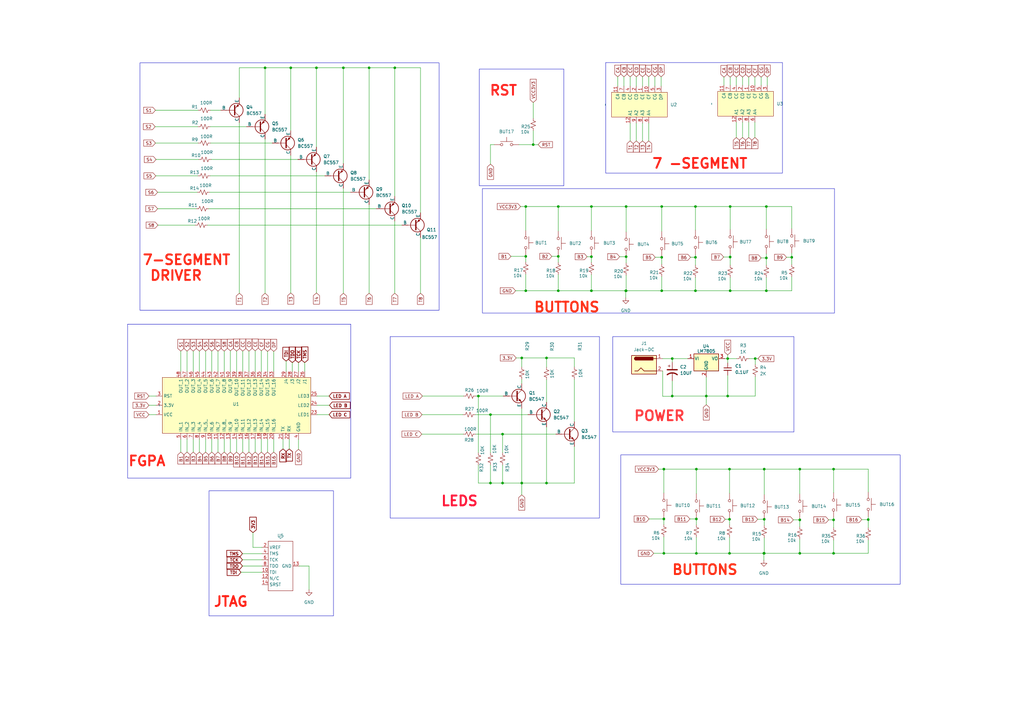
<source format=kicad_sch>
(kicad_sch (version 20230121) (generator eeschema)
  (paper "A3")
  (title_block (title "Alarm system ") (date "2023-06-14") (rev "v1.5") (company "HSHL") (comment 1 "Doluwamu Kuye") (comment 2 "Ashraf Siddiqi"))
  (lib_symbols
    (symbol "Connector:Jack-DC" (pin_names (offset 1.016))
      (property "Reference" "J" (at 0 5.334 0))
      (property "Value" "Jack-DC" (at 0 -5.08 0))
      (symbol "Jack-DC_1_1"
        (pin passive line (at 7.62 2.54 180) (length 2.54) (name "~") (number "1"))
        (pin passive line (at 7.62 -2.54 180) (length 2.54) (name "~") (number "2"))
      )
    )
    (symbol "Device:C_Polarized_US" (pin_numbers hide) (pin_names (offset 0.254) hide)
      (property "Reference" "C" (at 0.635 2.54 0))
      (property "Value" "C_Polarized_US" (at 0.635 -2.54 0))
      (symbol "C_Polarized_US_1_1"
        (pin passive line (at 0 3.81 270) (length 2.794) (name "~") (number "1"))
        (pin passive line (at 0 -3.81 90) (length 3.302) (name "~") (number "2"))
      )
    )
    (symbol "Device:C_Small" (pin_numbers hide) (pin_names (offset 0.254) hide)
      (property "Reference" "C" (at 0.254 1.778 0))
      (property "Value" "C_Small" (at 0.254 -2.032 0))
      (symbol "C_Small_1_1"
        (pin passive line (at 0 2.54 270) (length 2.032) (name "~") (number "1"))
        (pin passive line (at 0 -2.54 90) (length 2.032) (name "~") (number "2"))
      )
    )
    (symbol "Device:R_Small_US" (pin_numbers hide) (pin_names (offset 0.254) hide)
      (property "Reference" "R" (at 0.762 0.508 0))
      (property "Value" "R_Small_US" (at 0.762 -1.016 0))
      (symbol "R_Small_US_1_1"
        (pin passive line (at 0 2.54 270) (length 1.016) (name "~") (number "1"))
        (pin passive line (at 0 -2.54 90) (length 1.016) (name "~") (number "2"))
      )
    )
    (symbol "MY_CUSTOM_LIBRARY:myFGPA"
      (property "Reference" "U" (at 0 -10.16 0))
      (symbol "myFGPA_1_1"
        (pin input line (at -3.81 16.51 270) (length 2.54) (name "VCC") (number "1"))
        (pin input line (at -13.97 -6.35 0) (length 2.54) (name "IN_6") (number "10"))
        (pin input line (at -13.97 -8.89 0) (length 2.54) (name "IN_7") (number "11"))
        (pin input line (at -13.97 -11.43 0) (length 2.54) (name "IN_8_") (number "12"))
        (pin input line (at -13.97 -13.97 0) (length 2.54) (name "IN_9") (number "13"))
        (pin input line (at -13.97 -16.51 0) (length 2.54) (name "IN_10") (number "14"))
        (pin input line (at -13.97 -19.05 0) (length 2.54) (name "IN_11") (number "15"))
        (pin input line (at -13.97 -21.59 0) (length 2.54) (name "IN_12") (number "16"))
        (pin input line (at -13.97 -24.13 0) (length 2.54) (name "IN_13") (number "17"))
        (pin input line (at -13.97 -26.67 0) (length 2.54) (name "IN_14") (number "18"))
        (pin input line (at -13.97 -29.21 0) (length 2.54) (name "IN_15") (number "19"))
        (pin input line (at 0 16.51 270) (length 2.54) (name "3.3V") (number "2"))
        (pin input line (at -13.97 -31.75 0) (length 2.54) (name "IN_16") (number "20"))
        (pin input line (at -13.97 -35.56 0) (length 2.54) (name "TX") (number "21"))
        (pin input line (at -13.97 -38.1 0) (length 2.54) (name "RX") (number "22"))
        (pin input line (at -3.81 -49.53 90) (length 2.54) (name "LED1") (number "23"))
        (pin input line (at 0 -49.53 90) (length 2.54) (name "LED2") (number "24"))
        (pin input line (at 3.81 -49.53 90) (length 2.54) (name "LED3") (number "25"))
        (pin input line (at 13.97 -44.45 180) (length 2.54) (name "J1") (number "26"))
        (pin input line (at 13.97 -41.91 180) (length 2.54) (name "J2") (number "27"))
        (pin input line (at 13.97 -39.37 180) (length 2.54) (name "J3") (number "28"))
        (pin input line (at 13.97 -36.83 180) (length 2.54) (name "J4") (number "29"))
        (pin input line (at 3.81 16.51 270) (length 2.54) (name "RST") (number "3"))
        (pin input line (at 13.97 -31.75 180) (length 2.54) (name "OUT_16") (number "33"))
        (pin input line (at 13.97 -29.21 180) (length 2.54) (name "OUT_15") (number "34"))
        (pin input line (at 13.97 -26.67 180) (length 2.54) (name "OUT_14") (number "35"))
        (pin input line (at 13.97 -24.13 180) (length 2.54) (name "OUT_13") (number "36"))
        (pin input line (at 13.97 -21.59 180) (length 2.54) (name "OUT_12") (number "37"))
        (pin input line (at 13.97 -19.05 180) (length 2.54) (name "OUT_11") (number "38"))
        (pin input line (at 13.97 -16.51 180) (length 2.54) (name "OUT_10") (number "39"))
        (pin input line (at -13.97 -41.91 0) (length 2.54) (name "GND") (number "4"))
        (pin input line (at 13.97 -13.97 180) (length 2.54) (name "OUT_9") (number "40"))
        (pin input line (at 13.97 -11.43 180) (length 2.54) (name "OUT_8") (number "41"))
        (pin input line (at 13.97 -8.89 180) (length 2.54) (name "OUT_7") (number "42"))
        (pin input line (at 13.97 -6.35 180) (length 2.54) (name "OUT_6") (number "43"))
        (pin input line (at 13.97 -3.81 180) (length 2.54) (name "OUT_5") (number "44"))
        (pin input line (at 13.97 -1.27 180) (length 2.54) (name "OUT_4") (number "45"))
        (pin input line (at 13.97 1.27 180) (length 2.54) (name "OUT_3") (number "46"))
        (pin input line (at 13.97 3.81 180) (length 2.54) (name "OUT_2") (number "47"))
        (pin input line (at 13.97 6.35 180) (length 2.54) (name "OUT_1") (number "48"))
        (pin input line (at -13.97 6.35 0) (length 2.54) (name "IN_1") (number "5"))
        (pin input line (at -13.97 3.81 0) (length 2.54) (name "IN_2") (number "6"))
        (pin input line (at -13.97 1.27 0) (length 2.54) (name "IN_3") (number "7"))
        (pin input line (at -13.97 -1.27 0) (length 2.54) (name "IN_4") (number "8"))
        (pin input line (at -13.97 -3.81 0) (length 2.54) (name "IN_5_") (number "9"))
      )
    )
    (symbol "MY_CUSTOM_LIBRARY:myJTAG"
      (property "Reference" "U" (at 0 0 0))
      (symbol "myJTAG_1_1"
        (pin input line (at -7.62 -13.97 0) (length 2.54) (name "TDI") (number "10"))
        (pin input line (at -7.62 -16.51 0) (length 2.54) (name "N/C") (number "12"))
        (pin input line (at 7.62 -11.43 180) (length 2.54) (name "GND") (number "13"))
        (pin input line (at -7.62 -19.05 0) (length 2.54) (name "SRST") (number "14"))
        (pin input line (at -7.62 -3.81 0) (length 2.54) (name "VREF") (number "2"))
        (pin input line (at -7.62 -6.35 0) (length 2.54) (name "TMS") (number "4"))
        (pin input line (at -7.62 -8.89 0) (length 2.54) (name "TCK") (number "6"))
        (pin input line (at -7.62 -11.43 0) (length 2.54) (name "TDO") (number "8"))
      )
    )
    (symbol "Motor:KW4-281A"
      (property "Reference" "U" (at 0 0 0))
      (symbol "KW4-281A_1_1"
        (pin input line (at -7.62 -15.24 0) (length 2.54) (name "CE") (number "1"))
        (pin input line (at -7.62 -17.78 0) (length 2.54) (name "CF") (number "10"))
        (pin input line (at -7.62 -5.08 0) (length 2.54) (name "CA") (number "11"))
        (pin input line (at 7.62 -10.16 180) (length 2.54) (name "A1") (number "12"))
        (pin input line (at -7.62 -12.7 0) (length 2.54) (name "CD") (number "2"))
        (pin input line (at -7.62 -22.86 0) (length 2.54) (name "DP") (number "3"))
        (pin input line (at -7.62 -10.16 0) (length 2.54) (name "CC") (number "4"))
        (pin input line (at -7.62 -20.32 0) (length 2.54) (name "CG") (number "5"))
        (pin input line (at 7.62 -17.78 180) (length 2.54) (name "A4") (number "6"))
        (pin input line (at -7.62 -7.62 0) (length 2.54) (name "CB") (number "7"))
        (pin input line (at 7.62 -15.24 180) (length 2.54) (name "A3") (number "8"))
        (pin input line (at 7.62 -12.7 180) (length 2.54) (name "A2") (number "9"))
      )
    )
    (symbol "Regulator_Linear:LM7805_TO220" (pin_names (offset 0.254))
      (property "Reference" "U" (at -3.81 3.175 0))
      (property "Value" "LM7805_TO220" (at 0 3.175 0))
      (symbol "LM7805_TO220_1_1"
        (pin power_in line (at -7.62 0 0) (length 2.54) (name "VI") (number "1"))
        (pin power_in line (at 0 -7.62 90) (length 2.54) (name "GND") (number "2"))
        (pin power_out line (at 7.62 0 180) (length 2.54) (name "VO") (number "3"))
      )
    )
    (symbol "Simulation_SPICE:NPN" (pin_numbers hide) (pin_names (offset 0))
      (property "Reference" "Q" (at -2.54 7.62 0))
      (property "Value" "NPN" (at -2.54 5.08 0))
      (symbol "NPN_1_1"
        (pin open_collector line (at 2.54 5.08 270) (length 2.54) (name "C") (number "1"))
        (pin input line (at -5.08 0 0) (length 2.54) (name "B") (number "2"))
        (pin open_emitter line (at 2.54 -5.08 90) (length 2.54) (name "E") (number "3"))
      )
    )
    (symbol "Simulation_SPICE:PNP" (pin_numbers hide) (pin_names (offset 0))
      (property "Reference" "Q" (at -2.54 7.62 0))
      (property "Value" "PNP" (at -2.54 5.08 0))
      (symbol "PNP_1_1"
        (pin open_collector line (at 2.54 5.08 270) (length 2.54) (name "C") (number "1"))
        (pin input line (at -5.08 0 0) (length 2.54) (name "B") (number "2"))
        (pin open_emitter line (at 2.54 -5.08 90) (length 2.54) (name "E") (number "3"))
      )
    )
    (symbol "Switch:SW_Push" (pin_numbers hide) (pin_names (offset 1.016) hide)
      (property "Reference" "SW" (at 1.27 2.54 0))
      (property "Value" "SW_Push" (at 0 -1.524 0))
      (symbol "SW_Push_0_1"
        (pin passive line (at -5.08 0 0) (length 2.54) (name "1") (number "1"))
        (pin passive line (at 5.08 0 180) (length 2.54) (name "2") (number "2"))
      )
    )
    (symbol "power:GND" (power) (pin_names (offset 0))
      (property "Value" "GND" (at 0 -3.81 0))
      (symbol "GND_1_1"
        (pin power_in line (at 0 0 270) (length 0) hide (name "GND") (number "1"))
      )
    )
  )
  (junction (at 324.739 105.537))
  (junction (at 228.981 84.709))
  (junction (at 140.843 27.813))
  (junction (at 289.687 162.433))
  (junction (at 218.694 59.309))
  (junction (at 196.215 162.433))
  (junction (at 242.57 105.283))
  (junction (at 285.242 84.709))
  (junction (at 285.242 105.537))
  (junction (at 313.436 192.405))
  (junction (at 285.242 119.253))
  (junction (at 313.436 226.949))
  (junction (at 309.753 147.066))
  (junction (at 299.212 192.405))
  (junction (at 271.399 119.253))
  (junction (at 129.794 27.813))
  (junction (at 314.325 84.709))
  (junction (at 314.325 105.791))
  (junction (at 285.623 192.405))
  (junction (at 341.884 192.405))
  (junction (at 299.212 226.949))
  (junction (at 215.646 105.156))
  (junction (at 299.466 84.709))
  (junction (at 213.995 146.812))
  (junction (at 298.45 147.066))
  (junction (at 242.57 84.709))
  (junction (at 224.155 146.812))
  (junction (at 299.212 212.979))
  (junction (at 299.466 119.253))
  (junction (at 298.45 162.433))
  (junction (at 108.712 27.813))
  (junction (at 228.981 119.253))
  (junction (at 201.168 198.12))
  (junction (at 151.384 27.813))
  (junction (at 314.325 119.253))
  (junction (at 271.399 84.709))
  (junction (at 161.925 27.813))
  (junction (at 272.288 192.405))
  (junction (at 272.288 226.949))
  (junction (at 313.436 212.979))
  (junction (at 275.717 162.433))
  (junction (at 215.646 84.709))
  (junction (at 206.121 198.12))
  (junction (at 356.108 213.106))
  (junction (at 215.646 119.253))
  (junction (at 341.884 226.949))
  (junction (at 272.288 212.852))
  (junction (at 299.466 105.41))
  (junction (at 285.623 226.949))
  (junction (at 341.884 213.233))
  (junction (at 271.399 105.537))
  (junction (at 313.309 226.949))
  (junction (at 119.253 27.813))
  (junction (at 256.667 119.253))
  (junction (at 256.794 84.709))
  (junction (at 256.794 119.253))
  (junction (at 242.57 119.253))
  (junction (at 224.155 198.12))
  (junction (at 328.041 213.233))
  (junction (at 256.794 105.283))
  (junction (at 328.041 192.405))
  (junction (at 275.717 147.066))
  (junction (at 201.168 170.053))
  (junction (at 285.623 212.852))
  (junction (at 213.995 198.12))
  (junction (at 206.121 178.054))
  (junction (at 228.981 105.156))
  (junction (at 328.041 226.949))
  (no_connect (at -87.376 -151.13))
  (wire (pts (xy 341.884 226.949) (xy 356.108 226.949)))
  (wire (pts (xy 263.525 50.546) (xy 263.525 57.785)))
  (wire (pts (xy 299.466 119.253) (xy 314.325 119.253)))
  (wire (pts (xy 81.153 72.136) (xy 63.881 72.136)))
  (wire (pts (xy 242.57 84.709) (xy 256.794 84.709)))
  (wire (pts (xy 275.717 147.066) (xy 275.717 148.59)))
  (wire (pts (xy 213.995 198.12) (xy 213.995 202.946)))
  (wire (pts (xy 196.215 190.754) (xy 196.215 198.12)))
  (wire (pts (xy 213.487 84.709) (xy 215.646 84.709)))
  (wire (pts (xy 86.868 185.42) (xy 86.868 180.213)))
  (wire (pts (xy 289.687 162.433) (xy 298.45 162.433)))
  (wire (pts (xy 297.434 212.979) (xy 299.212 212.979)))
  (wire (pts (xy 98.171 50.292) (xy 98.171 120.269)))
  (wire (pts (xy 313.436 226.949) (xy 328.041 226.949)))
  (wire (pts (xy 275.717 156.21) (xy 275.717 162.433)))
  (wire (pts (xy 81.28 45.212) (xy 63.754 45.212)))
  (wire (pts (xy 86.36 45.212) (xy 90.551 45.212)))
  (wire (pts (xy 143.764 78.867) (xy 85.979 78.867)))
  (wire (pts (xy 224.155 155.702) (xy 224.155 164.973)))
  (wire (pts (xy 299.212 192.405) (xy 299.212 202.311)))
  (wire (pts (xy 206.121 178.054) (xy 206.121 185.674)))
  (wire (pts (xy 107.188 143.891) (xy 107.188 152.273)))
  (wire (pts (xy 109.728 185.42) (xy 109.728 180.213)))
  (wire (pts (xy 64.643 85.598) (xy 80.518 85.598)))
  (wire (pts (xy 356.108 213.106) (xy 356.108 216.408)))
  (wire (pts (xy 328.041 212.725) (xy 328.041 213.233)))
  (wire (pts (xy 224.155 146.812) (xy 213.995 146.812)))
  (wire (pts (xy 324.739 105.537) (xy 324.739 108.458)))
  (wire (pts (xy 271.145 31.496) (xy 271.145 35.306)))
  (wire (pts (xy 228.981 105.156) (xy 228.981 107.569)))
  (wire (pts (xy 161.925 90.678) (xy 161.925 120.269)))
  (wire (pts (xy 255.905 31.496) (xy 255.905 35.306)))
  (wire (pts (xy 107.442 224.536) (xy 103.759 224.536)))
  (wire (pts (xy 195.072 178.054) (xy 206.121 178.054)))
  (wire (pts (xy 206.121 190.754) (xy 206.121 198.12)))
  (wire (pts (xy 271.399 84.709) (xy 271.399 94.869)))
  (wire (pts (xy 272.288 212.344) (xy 272.288 212.852)))
  (wire (pts (xy 307.086 31.623) (xy 307.086 34.925)))
  (wire (pts (xy 285.623 226.949) (xy 299.212 226.949)))
  (wire (pts (xy 211.455 119.253) (xy 215.646 119.253)))
  (wire (pts (xy 201.168 170.053) (xy 216.535 170.053)))
  (wire (pts (xy 304.546 31.623) (xy 304.546 34.925)))
  (wire (pts (xy 215.646 84.709) (xy 228.981 84.709)))
  (wire (pts (xy 313.436 212.979) (xy 313.436 215.519)))
  (wire (pts (xy 79.248 144.018) (xy 79.248 152.273)))
  (wire (pts (xy 104.648 143.891) (xy 104.648 152.273)))
  (wire (pts (xy 108.712 27.813) (xy 119.253 27.813)))
  (wire (pts (xy 119.253 63.754) (xy 119.253 120.142)))
  (wire (pts (xy 89.408 185.42) (xy 89.408 180.213)))
  (wire (pts (xy 268.732 105.537) (xy 271.399 105.537)))
  (wire (pts (xy 272.288 220.218) (xy 272.288 226.949)))
  (wire (pts (xy 275.717 162.56) (xy 275.717 162.433)))
  (wire (pts (xy 268.097 226.949) (xy 272.288 226.949)))
  (wire (pts (xy 151.384 27.813) (xy 161.925 27.813)))
  (wire (pts (xy 86.233 72.136) (xy 133.223 72.136)))
  (wire (pts (xy 172.974 178.054) (xy 189.992 178.054)))
  (wire (pts (xy 213.995 146.812) (xy 211.709 146.812)))
  (wire (pts (xy 228.981 119.253) (xy 242.57 119.253)))
  (wire (pts (xy 242.57 105.283) (xy 242.57 107.569)))
  (wire (pts (xy 285.242 104.521) (xy 285.242 105.537)))
  (wire (pts (xy 201.168 59.309) (xy 202.692 59.309)))
  (wire (pts (xy 228.981 84.709) (xy 242.57 84.709)))
  (wire (pts (xy 253.365 31.496) (xy 253.365 35.306)))
  (wire (pts (xy 324.739 103.886) (xy 324.739 105.537)))
  (wire (pts (xy 271.399 84.709) (xy 285.242 84.709)))
  (wire (pts (xy 302.133 147.066) (xy 298.45 147.066)))
  (wire (pts (xy 353.441 213.106) (xy 356.108 213.106)))
  (wire (pts (xy 313.309 229.743) (xy 313.309 226.949)))
  (wire (pts (xy 242.57 112.649) (xy 242.57 119.253)))
  (wire (pts (xy 299.466 105.41) (xy 299.466 108.712)))
  (wire (pts (xy 215.646 119.253) (xy 228.981 119.253)))
  (wire (pts (xy 266.192 212.852) (xy 272.288 212.852)))
  (wire (pts (xy 130.048 162.433) (xy 135.001 162.433)))
  (wire (pts (xy 215.646 104.648) (xy 215.646 105.156)))
  (wire (pts (xy 224.155 175.133) (xy 224.155 198.12)))
  (wire (pts (xy 196.215 198.12) (xy 201.168 198.12)))
  (wire (pts (xy 356.108 211.963) (xy 356.108 213.106)))
  (wire (pts (xy 107.188 185.42) (xy 107.188 180.213)))
  (wire (pts (xy 271.399 105.029) (xy 271.399 105.537)))
  (wire (pts (xy 283.21 105.537) (xy 285.242 105.537)))
  (wire (pts (xy 285.242 119.253) (xy 299.466 119.253)))
  (wire (pts (xy 242.57 84.709) (xy 242.57 94.615)))
  (wire (pts (xy 341.884 221.488) (xy 341.884 226.949)))
  (wire (pts (xy 313.436 192.405) (xy 328.041 192.405)))
  (wire (pts (xy 81.788 185.42) (xy 81.788 180.213)))
  (wire (pts (xy 107.442 227.076) (xy 99.441 227.076)))
  (wire (pts (xy 164.846 92.329) (xy 85.09 92.329)))
  (wire (pts (xy 161.925 27.813) (xy 161.925 80.518)))
  (wire (pts (xy 328.041 226.949) (xy 341.884 226.949)))
  (wire (pts (xy 268.605 31.496) (xy 268.605 35.306)))
  (wire (pts (xy 260.985 31.496) (xy 260.985 35.306)))
  (wire (pts (xy 328.041 213.233) (xy 328.041 216.027)))
  (wire (pts (xy 272.288 212.852) (xy 272.288 215.138)))
  (wire (pts (xy 209.55 105.156) (xy 215.646 105.156)))
  (wire (pts (xy 235.585 155.575) (xy 235.585 172.974)))
  (wire (pts (xy 272.288 192.405) (xy 285.623 192.405)))
  (wire (pts (xy 94.488 185.42) (xy 94.488 180.213)))
  (wire (pts (xy 235.585 198.12) (xy 235.585 183.134)))
  (wire (pts (xy 341.884 213.233) (xy 341.884 216.408)))
  (wire (pts (xy 224.155 146.812) (xy 224.155 150.622)))
  (wire (pts (xy 215.646 84.709) (xy 215.646 94.488)))
  (wire (pts (xy 285.623 212.852) (xy 285.623 215.265)))
  (wire (pts (xy 256.794 84.709) (xy 271.399 84.709)))
  (wire (pts (xy 299.466 31.623) (xy 299.466 34.925)))
  (wire (pts (xy 201.168 170.053) (xy 201.168 185.674)))
  (wire (pts (xy 196.215 162.433) (xy 206.375 162.433)))
  (wire (pts (xy 104.648 185.42) (xy 104.648 180.213)))
  (wire (pts (xy 122.428 148.717) (xy 122.428 152.273)))
  (wire (pts (xy 84.328 185.42) (xy 84.328 180.213)))
  (wire (pts (xy 173.228 162.433) (xy 190.119 162.433)))
  (wire (pts (xy 298.45 147.066) (xy 298.45 145.542)))
  (wire (pts (xy 302.006 31.623) (xy 302.006 34.925)))
  (wire (pts (xy 99.568 144.018) (xy 99.568 152.273)))
  (wire (pts (xy 256.667 122.047) (xy 256.667 119.253)))
  (wire (pts (xy 99.568 180.213) (xy 99.568 185.42)))
  (wire (pts (xy 140.843 77.216) (xy 140.843 120.269)))
  (wire (pts (xy 307.086 50.165) (xy 307.086 56.388)))
  (wire (pts (xy 258.445 31.496) (xy 258.445 35.306)))
  (wire (pts (xy 271.78 152.146) (xy 271.78 162.56)))
  (wire (pts (xy 107.442 234.696) (xy 98.806 234.696)))
  (wire (pts (xy 81.28 58.674) (xy 63.754 58.674)))
  (wire (pts (xy 218.694 53.594) (xy 218.694 59.309)))
  (wire (pts (xy 140.843 27.813) (xy 151.384 27.813)))
  (wire (pts (xy 313.309 226.949) (xy 313.436 226.949)))
  (wire (pts (xy 263.525 31.496) (xy 263.525 35.306)))
  (wire (pts (xy 172.466 97.409) (xy 172.466 120.269)))
  (wire (pts (xy 122.682 232.156) (xy 126.746 232.156)))
  (wire (pts (xy 341.884 192.405) (xy 356.108 192.405)))
  (wire (pts (xy 111.633 58.674) (xy 86.36 58.674)))
  (wire (pts (xy 124.968 148.717) (xy 124.968 152.273)))
  (wire (pts (xy 275.717 147.066) (xy 282.067 147.066)))
  (wire (pts (xy 324.739 93.726) (xy 324.739 84.709)))
  (wire (pts (xy 309.753 149.479) (xy 309.753 147.066)))
  (wire (pts (xy 151.384 83.947) (xy 151.384 120.269)))
  (wire (pts (xy 172.466 27.813) (xy 172.466 87.249)))
  (wire (pts (xy 119.253 27.813) (xy 119.253 53.594)))
  (wire (pts (xy 103.759 224.536) (xy 103.759 218.44)))
  (wire (pts (xy 285.623 192.405) (xy 285.623 202.438)))
  (wire (pts (xy 99.441 232.156) (xy 107.442 232.156)))
  (wire (pts (xy 289.687 154.686) (xy 289.687 162.433)))
  (wire (pts (xy 61.087 162.433) (xy 64.008 162.433)))
  (wire (pts (xy 109.728 144.145) (xy 109.728 152.273)))
  (wire (pts (xy 285.623 192.405) (xy 299.212 192.405)))
  (wire (pts (xy 256.794 105.283) (xy 256.794 107.823)))
  (wire (pts (xy 108.712 27.813) (xy 108.712 46.863)))
  (wire (pts (xy 256.794 84.709) (xy 256.794 95.123)))
  (wire (pts (xy 151.384 27.813) (xy 151.384 73.787)))
  (wire (pts (xy 356.108 221.488) (xy 356.108 226.949)))
  (wire (pts (xy 324.739 113.538) (xy 324.739 119.253)))
  (wire (pts (xy 324.739 119.253) (xy 314.325 119.253)))
  (wire (pts (xy 296.799 105.41) (xy 299.466 105.41)))
  (wire (pts (xy 341.884 212.217) (xy 341.884 213.233)))
  (wire (pts (xy 86.868 144.018) (xy 86.868 152.273)))
  (wire (pts (xy 298.45 162.433) (xy 309.753 162.433)))
  (wire (pts (xy 302.006 50.165) (xy 302.006 56.388)))
  (wire (pts (xy 218.694 59.309) (xy 220.726 59.309)))
  (wire (pts (xy 89.408 144.018) (xy 89.408 152.273)))
  (wire (pts (xy 325.374 213.233) (xy 328.041 213.233)))
  (wire (pts (xy 314.325 104.14) (xy 314.325 105.791)))
  (wire (pts (xy 242.57 119.253) (xy 256.667 119.253)))
  (wire (pts (xy 80.01 92.329) (xy 64.77 92.329)))
  (wire (pts (xy 297.307 147.066) (xy 298.45 147.066)))
  (wire (pts (xy 307.213 147.066) (xy 309.753 147.066)))
  (wire (pts (xy 271.399 119.253) (xy 285.242 119.253)))
  (wire (pts (xy 201.168 190.754) (xy 201.168 198.12)))
  (wire (pts (xy 322.58 105.537) (xy 324.739 105.537)))
  (wire (pts (xy 314.706 31.623) (xy 314.706 34.925)))
  (wire (pts (xy 98.171 40.132) (xy 98.171 27.813)))
  (wire (pts (xy 108.712 57.023) (xy 108.712 120.269)))
  (wire (pts (xy 313.436 220.599) (xy 313.436 226.949)))
  (wire (pts (xy 299.212 220.345) (xy 299.212 226.949)))
  (wire (pts (xy 296.926 31.623) (xy 296.926 34.925)))
  (wire (pts (xy 260.985 50.546) (xy 260.985 57.785)))
  (wire (pts (xy 129.794 27.813) (xy 129.794 60.325)))
  (wire (pts (xy 356.108 192.405) (xy 356.108 201.803)))
  (wire (pts (xy 298.45 147.066) (xy 298.45 148.844)))
  (wire (pts (xy 116.078 180.213) (xy 116.078 184.15)))
  (wire (pts (xy 101.092 51.943) (xy 86.233 51.943)))
  (wire (pts (xy 285.242 84.709) (xy 299.466 84.709)))
  (wire (pts (xy 194.945 170.053) (xy 201.168 170.053)))
  (wire (pts (xy 328.041 221.107) (xy 328.041 226.949)))
  (wire (pts (xy 310.769 212.979) (xy 313.436 212.979)))
  (wire (pts (xy 224.155 198.12) (xy 235.585 198.12)))
  (wire (pts (xy 119.888 148.717) (xy 119.888 152.273)))
  (wire (pts (xy 299.466 84.709) (xy 314.325 84.709)))
  (wire (pts (xy 242.57 104.775) (xy 242.57 105.283)))
  (wire (pts (xy 228.981 112.649) (xy 228.981 119.253)))
  (wire (pts (xy 224.155 146.812) (xy 235.585 146.812)))
  (wire (pts (xy 228.981 104.902) (xy 228.981 105.156)))
  (wire (pts (xy 299.212 192.405) (xy 313.436 192.405)))
  (wire (pts (xy 97.028 144.018) (xy 97.028 152.273)))
  (wire (pts (xy 309.753 162.433) (xy 309.753 154.559)))
  (wire (pts (xy 215.646 112.522) (xy 215.646 119.253)))
  (wire (pts (xy 275.717 162.433) (xy 289.687 162.433)))
  (wire (pts (xy 91.948 144.018) (xy 91.948 152.273)))
  (wire (pts (xy 285.242 113.792) (xy 285.242 119.253)))
  (wire (pts (xy 289.687 162.433) (xy 289.687 165.989)))
  (wire (pts (xy 102.108 180.213) (xy 102.108 185.42)))
  (wire (pts (xy 328.041 192.405) (xy 328.041 202.565)))
  (wire (pts (xy 79.248 180.213) (xy 79.248 185.42)))
  (wire (pts (xy 122.428 180.213) (xy 122.428 184.277)))
  (wire (pts (xy 112.268 185.42) (xy 112.268 180.213)))
  (wire (pts (xy 212.852 59.309) (xy 218.694 59.309)))
  (wire (pts (xy 299.212 212.979) (xy 299.212 215.265)))
  (wire (pts (xy 64.643 78.867) (xy 80.899 78.867)))
  (wire (pts (xy 84.328 144.018) (xy 84.328 152.273)))
  (wire (pts (xy 309.753 147.066) (xy 310.896 147.066)))
  (wire (pts (xy 129.794 70.485) (xy 129.794 120.142)))
  (wire (pts (xy 256.667 119.253) (xy 256.794 119.253)))
  (wire (pts (xy 309.626 31.623) (xy 309.626 34.925)))
  (wire (pts (xy 76.708 180.213) (xy 76.708 185.42)))
  (wire (pts (xy 314.325 119.253) (xy 314.325 113.792)))
  (wire (pts (xy 226.314 105.156) (xy 228.981 105.156)))
  (wire (pts (xy 102.108 144.018) (xy 102.108 152.273)))
  (wire (pts (xy 76.708 144.018) (xy 76.708 152.273)))
  (wire (pts (xy 271.399 113.411) (xy 271.399 119.253)))
  (wire (pts (xy 341.884 192.405) (xy 341.884 202.057)))
  (wire (pts (xy 282.956 212.852) (xy 285.623 212.852)))
  (wire (pts (xy 130.048 170.053) (xy 135.001 170.053)))
  (wire (pts (xy 312.166 105.791) (xy 314.325 105.791)))
  (wire (pts (xy 299.212 226.949) (xy 313.309 226.949)))
  (wire (pts (xy 285.242 84.709) (xy 285.242 94.361)))
  (wire (pts (xy 272.288 192.405) (xy 272.288 202.184)))
  (wire (pts (xy 61.087 166.243) (xy 64.008 166.243)))
  (wire (pts (xy 213.995 167.513) (xy 213.995 198.12)))
  (wire (pts (xy 74.168 180.213) (xy 74.168 185.42)))
  (wire (pts (xy 270.129 192.405) (xy 272.288 192.405)))
  (wire (pts (xy 119.253 27.813) (xy 129.794 27.813)))
  (wire (pts (xy 218.694 42.037) (xy 218.694 48.514)))
  (wire (pts (xy 299.466 104.267) (xy 299.466 105.41)))
  (wire (pts (xy 256.794 112.903) (xy 256.794 119.253)))
  (wire (pts (xy 258.445 50.546) (xy 258.445 57.785)))
  (wire (pts (xy 112.268 144.145) (xy 112.268 152.273)))
  (wire (pts (xy 339.852 213.233) (xy 341.884 213.233)))
  (wire (pts (xy 228.981 84.709) (xy 228.981 94.742)))
  (wire (pts (xy 173.101 170.053) (xy 189.865 170.053)))
  (wire (pts (xy 98.171 27.813) (xy 108.712 27.813)))
  (wire (pts (xy 299.466 113.792) (xy 299.466 119.253)))
  (wire (pts (xy 272.288 226.949) (xy 285.623 226.949)))
  (wire (pts (xy 285.242 105.537) (xy 285.242 108.712)))
  (wire (pts (xy 81.534 65.405) (xy 64.008 65.405)))
  (wire (pts (xy 195.199 162.433) (xy 196.215 162.433)))
  (wire (pts (xy 213.995 198.12) (xy 224.155 198.12)))
  (wire (pts (xy 140.843 27.813) (xy 140.843 67.056)))
  (wire (pts (xy 122.174 65.405) (xy 86.614 65.405)))
  (wire (pts (xy 266.065 50.546) (xy 266.065 57.785)))
  (wire (pts (xy 271.78 147.066) (xy 275.717 147.066)))
  (wire (pts (xy 313.436 192.405) (xy 313.436 202.819)))
  (wire (pts (xy 312.166 31.623) (xy 312.166 34.925)))
  (wire (pts (xy 129.794 27.813) (xy 140.843 27.813)))
  (wire (pts (xy 309.626 50.165) (xy 309.626 56.388)))
  (wire (pts (xy 97.028 180.213) (xy 97.028 185.42)))
  (wire (pts (xy 206.121 178.054) (xy 227.965 178.054)))
  (wire (pts (xy 74.168 144.018) (xy 74.168 152.273)))
  (wire (pts (xy 285.623 212.598) (xy 285.623 212.852)))
  (wire (pts (xy 107.442 229.616) (xy 99.441 229.616)))
  (wire (pts (xy 196.215 185.674) (xy 196.215 162.433)))
  (wire (pts (xy 161.925 27.813) (xy 172.466 27.813)))
  (wire (pts (xy 201.168 198.12) (xy 206.121 198.12)))
  (wire (pts (xy 328.041 192.405) (xy 341.884 192.405)))
  (wire (pts (xy 215.646 105.156) (xy 215.646 107.442)))
  (wire (pts (xy 314.325 84.709) (xy 314.325 93.98)))
  (wire (pts (xy 213.995 146.812) (xy 213.995 150.495)))
  (wire (pts (xy 299.466 84.709) (xy 299.466 94.107)))
  (wire (pts (xy 213.995 198.12) (xy 206.121 198.12)))
  (wire (pts (xy 298.45 153.924) (xy 298.45 162.433)))
  (wire (pts (xy 314.325 84.709) (xy 324.739 84.709)))
  (wire (pts (xy 299.212 212.471) (xy 299.212 212.979)))
  (wire (pts (xy 117.348 148.082) (xy 117.348 152.273)))
  (wire (pts (xy 154.305 85.598) (xy 85.598 85.598)))
  (wire (pts (xy 304.546 50.165) (xy 304.546 56.388)))
  (wire (pts (xy 271.399 105.537) (xy 271.399 108.331)))
  (wire (pts (xy 126.746 232.156) (xy 126.746 241.808)))
  (wire (pts (xy 314.325 105.791) (xy 314.325 108.712)))
  (wire (pts (xy 254.127 105.283) (xy 256.794 105.283)))
  (wire (pts (xy 240.792 105.283) (xy 242.57 105.283)))
  (wire (pts (xy 130.048 166.243) (xy 135.128 166.243)))
  (wire (pts (xy 235.585 150.495) (xy 235.585 146.812)))
  (wire (pts (xy 94.488 143.891) (xy 94.488 152.273)))
  (wire (pts (xy 271.78 162.56) (xy 275.717 162.56)))
  (wire (pts (xy 81.788 144.018) (xy 81.788 152.273)))
  (wire (pts (xy 256.794 119.253) (xy 271.399 119.253)))
  (wire (pts (xy 61.087 170.053) (xy 64.008 170.053)))
  (wire (pts (xy 213.995 155.575) (xy 213.995 157.353)))
  (wire (pts (xy 81.153 51.943) (xy 63.627 51.943)))
  (wire (pts (xy 285.623 220.345) (xy 285.623 226.949)))
  (wire (pts (xy 118.618 180.213) (xy 118.618 184.15)))
  (wire (pts (xy 266.065 31.496) (xy 266.065 35.306)))
  (wire (pts (xy 201.168 59.309) (xy 201.168 67.31)))
  (wire (pts (xy 91.948 185.42) (xy 91.948 180.213)))
  (rectangle (start 254.635 186.563) (end 369.189 239.649))
  (rectangle (start 196.596 28.321) (end 231.267 76.2))
  (rectangle (start 160.02 138.049) (end 245.872 212.471))
  (rectangle (start 197.866 77.343) (end 342.265 128.397))
  (rectangle (start 52.324 132.969) (end 143.891 196.088))
  (rectangle (start 57.404 25.781) (end 180.086 127.254))
  (rectangle (start 85.725 201.295) (end 136.779 252.603))
  (rectangle (start 251.333 138.049) (end 325.628 177.165))
  (text_box "" (at 248.412 25.654 0) (size 72.517 45.339) (effects (font (size 1.27 1.27)) (justify left top)))
  (text "POWER" (at 259.715 173.101 0) (effects (font (size 4 4) (thickness 0.8) bold) (justify left bottom)))
  (text "7-SEGMENT\n DRIVER" (at 58.166 115.57 0) (effects (font (size 4 4) bold) (justify left bottom)))
  (text "7 -SEGMENT" (at 267.208 69.596 0) (effects (font (size 4 4) bold) (justify left bottom)))
  (text "JTAG\n" (at 87.376 249.301 0) (effects (font (size 4 4) bold) (justify left bottom)))
  (text "BUTTONS" (at 275.336 236.22 0) (effects (font (size 4 4) bold) (justify left bottom)))
  (text "FGPA" (at 52.324 191.643 0) (effects (font (size 4 4) bold) (justify left bottom)))
  (text "LEDS" (at 180.594 208.026 0) (effects (font (size 4 4) (thickness 0.8) bold) (justify left bottom)))
  (text "RST" (at 200.533 39.624 0) (effects (font (size 4 4) bold) (justify left bottom)))
  (text "BUTTONS" (at 218.694 128.524 0) (effects (font (size 4 4) bold) (justify left bottom)))
  (global_label "CB" (shape input) (at 97.028 144.018 90) (property "Intersheetrefs" "${INTERSHEET_REFS}" (effects hide)))
  (global_label "B13" (shape input) (at 310.769 212.979 180) (property "Intersheetrefs" "${INTERSHEET_REFS}" (effects hide)))
  (global_label "T2" (shape input) (at 108.712 120.269 270) (property "Intersheetrefs" "${INTERSHEET_REFS}" (effects hide)))
  (global_label "GND" (shape input) (at 122.428 184.277 270) (property "Intersheetrefs" "${INTERSHEET_REFS}" (effects hide)))
  (global_label "S7" (shape input) (at 64.643 85.598 180) (property "Intersheetrefs" "${INTERSHEET_REFS}" (effects hide)))
  (global_label "TCK" (shape input) (at 122.428 148.717 90) (effects (font bold)) (property "Intersheetrefs" "${INTERSHEET_REFS}" (effects hide)))
  (global_label "B3" (shape input) (at 240.792 105.283 180) (property "Intersheetrefs" "${INTERSHEET_REFS}" (effects hide)))
  (global_label "T7" (shape input) (at 307.086 56.388 270) (property "Intersheetrefs" "${INTERSHEET_REFS}" (effects hide)))
  (global_label "T8" (shape input) (at 309.626 56.388 270) (property "Intersheetrefs" "${INTERSHEET_REFS}" (effects hide)))
  (global_label "B12" (shape input) (at 102.108 185.42 270) (property "Intersheetrefs" "${INTERSHEET_REFS}" (effects hide)))
  (global_label "B2" (shape input) (at 226.314 105.156 180) (property "Intersheetrefs" "${INTERSHEET_REFS}" (effects hide)))
  (global_label "TDI" (shape input) (at 98.806 234.696 180) (effects (font bold)) (property "Intersheetrefs" "${INTERSHEET_REFS}" (effects hide)))
  (global_label "B2" (shape input) (at 76.708 185.42 270) (property "Intersheetrefs" "${INTERSHEET_REFS}" (effects hide)))
  (global_label "B10" (shape input) (at 97.028 185.42 270) (property "Intersheetrefs" "${INTERSHEET_REFS}" (effects hide)))
  (global_label "LED C" (shape input) (at 135.001 170.053 0) (effects (font bold)) (property "Intersheetrefs" "${INTERSHEET_REFS}" (effects hide)))
  (global_label "B3" (shape input) (at 79.248 185.42 270) (property "Intersheetrefs" "${INTERSHEET_REFS}" (effects hide)))
  (global_label "GND" (shape input) (at 289.687 165.989 270) (property "Intersheetrefs" "${INTERSHEET_REFS}" (effects hide)))
  (global_label "VCC3V3" (shape input) (at 213.487 84.709 180) (property "Intersheetrefs" "${INTERSHEET_REFS}" (effects hide)))
  (global_label "LED A" (shape input) (at 173.228 162.433 180) (property "Intersheetrefs" "${INTERSHEET_REFS}" (effects hide)))
  (global_label "CD" (shape input) (at 102.108 144.018 90) (property "Intersheetrefs" "${INTERSHEET_REFS}" (effects hide)))
  (global_label "B13" (shape input) (at 104.648 185.42 270) (property "Intersheetrefs" "${INTERSHEET_REFS}" (effects hide)))
  (global_label "CD" (shape input) (at 260.985 31.496 90) (property "Intersheetrefs" "${INTERSHEET_REFS}" (effects hide)))
  (global_label "B11" (shape input) (at 282.956 212.852 180) (property "Intersheetrefs" "${INTERSHEET_REFS}" (effects hide)))
  (global_label "CC" (shape input) (at 302.006 31.623 90) (property "Intersheetrefs" "${INTERSHEET_REFS}" (effects hide)))
  (global_label "CB" (shape input) (at 299.466 31.623 90) (property "Intersheetrefs" "${INTERSHEET_REFS}" (effects hide)))
  (global_label "LED A" (shape input) (at 135.001 162.433 0) (effects (font bold)) (property "Intersheetrefs" "${INTERSHEET_REFS}" (effects hide)))
  (global_label "S1" (shape input) (at 74.168 144.018 90) (property "Intersheetrefs" "${INTERSHEET_REFS}" (effects hide)))
  (global_label "CE" (shape input) (at 263.525 31.496 90) (property "Intersheetrefs" "${INTERSHEET_REFS}" (effects hide)))
  (global_label "CB" (shape input) (at 255.905 31.496 90) (property "Intersheetrefs" "${INTERSHEET_REFS}" (effects hide)))
  (global_label "B8" (shape input) (at 91.948 185.42 270) (property "Intersheetrefs" "${INTERSHEET_REFS}" (effects hide)))
  (global_label "T5" (shape input) (at 140.843 120.269 270) (property "Intersheetrefs" "${INTERSHEET_REFS}" (effects hide)))
  (global_label "B16" (shape input) (at 112.268 185.42 270) (property "Intersheetrefs" "${INTERSHEET_REFS}" (effects hide)))
  (global_label "S2" (shape input) (at 63.627 51.943 180) (property "Intersheetrefs" "${INTERSHEET_REFS}" (effects hide)))
  (global_label "TMS" (shape input) (at 99.441 227.076 180) (effects (font bold)) (property "Intersheetrefs" "${INTERSHEET_REFS}" (effects hide)))
  (global_label "VCC" (shape input) (at 298.45 145.542 90) (property "Intersheetrefs" "${INTERSHEET_REFS}" (effects hide)))
  (global_label "S4" (shape input) (at 81.788 144.018 90) (property "Intersheetrefs" "${INTERSHEET_REFS}" (effects hide)))
  (global_label "VCC" (shape input) (at 61.087 170.053 180) (property "Intersheetrefs" "${INTERSHEET_REFS}" (effects hide)))
  (global_label "CF" (shape input) (at 309.626 31.623 90) (property "Intersheetrefs" "${INTERSHEET_REFS}" (effects hide)))
  (global_label "B5" (shape input) (at 84.328 185.42 270) (property "Intersheetrefs" "${INTERSHEET_REFS}" (effects hide)))
  (global_label "B10" (shape input) (at 266.192 212.852 180) (property "Intersheetrefs" "${INTERSHEET_REFS}" (effects hide)))
  (global_label "TCK" (shape input) (at 99.441 229.616 180) (effects (font bold)) (property "Intersheetrefs" "${INTERSHEET_REFS}" (effects hide)))
  (global_label "RST" (shape input) (at 220.726 59.309 0) (property "Intersheetrefs" "${INTERSHEET_REFS}" (effects hide)))
  (global_label "RX" (shape input) (at 116.078 184.15 270) (effects (font bold)) (property "Intersheetrefs" "${INTERSHEET_REFS}" (effects hide)))
  (global_label "CF" (shape input) (at 266.065 31.496 90) (property "Intersheetrefs" "${INTERSHEET_REFS}" (effects hide)))
  (global_label "CC" (shape input) (at 99.568 144.018 90) (property "Intersheetrefs" "${INTERSHEET_REFS}" (effects hide)))
  (global_label "TX" (shape input) (at 118.618 184.15 270) (effects (font bold)) (property "Intersheetrefs" "${INTERSHEET_REFS}" (effects hide)))
  (global_label "CA" (shape input) (at 296.926 31.623 90) (property "Intersheetrefs" "${INTERSHEET_REFS}" (effects hide)))
  (global_label "T3" (shape input) (at 119.253 120.142 270) (property "Intersheetrefs" "${INTERSHEET_REFS}" (effects hide)))
  (global_label "LED B" (shape input) (at 173.101 170.053 180) (property "Intersheetrefs" "${INTERSHEET_REFS}" (effects hide)))
  (global_label "TDI" (shape input) (at 117.348 148.082 90) (effects (font bold)) (property "Intersheetrefs" "${INTERSHEET_REFS}" (effects hide)))
  (global_label "S8" (shape input) (at 91.948 144.018 90) (property "Intersheetrefs" "${INTERSHEET_REFS}" (effects hide)))
  (global_label "CG" (shape input) (at 312.166 31.623 90) (property "Intersheetrefs" "${INTERSHEET_REFS}" (effects hide)))
  (global_label "GND" (shape input) (at 211.455 119.253 180) (property "Intersheetrefs" "${INTERSHEET_REFS}" (effects hide)))
  (global_label "S4" (shape input) (at 64.008 65.405 180) (property "Intersheetrefs" "${INTERSHEET_REFS}" (effects hide)))
  (global_label "B15" (shape input) (at 339.852 213.233 180) (property "Intersheetrefs" "${INTERSHEET_REFS}" (effects hide)))
  (global_label "T5" (shape input) (at 302.006 56.388 270) (property "Intersheetrefs" "${INTERSHEET_REFS}" (effects hide)))
  (global_label "T4" (shape input) (at 266.065 57.785 270) (property "Intersheetrefs" "${INTERSHEET_REFS}" (effects hide)))
  (global_label "B11" (shape input) (at 99.568 185.42 270) (property "Intersheetrefs" "${INTERSHEET_REFS}" (effects hide)))
  (global_label "B8" (shape input) (at 312.166 105.791 180) (property "Intersheetrefs" "${INTERSHEET_REFS}" (effects hide)))
  (global_label "S5" (shape input) (at 84.328 144.018 90) (property "Intersheetrefs" "${INTERSHEET_REFS}" (effects hide)))
  (global_label "B16" (shape input) (at 353.441 213.106 180) (property "Intersheetrefs" "${INTERSHEET_REFS}" (effects hide)))
  (global_label "S3" (shape input) (at 79.248 144.018 90) (property "Intersheetrefs" "${INTERSHEET_REFS}" (effects hide)))
  (global_label "B14" (shape input) (at 325.374 213.233 180) (property "Intersheetrefs" "${INTERSHEET_REFS}" (effects hide)))
  (global_label "T2" (shape input) (at 260.985 57.785 270) (property "Intersheetrefs" "${INTERSHEET_REFS}" (effects hide)))
  (global_label "S2" (shape input) (at 76.708 144.018 90) (property "Intersheetrefs" "${INTERSHEET_REFS}" (effects hide)))
  (global_label "3.3V" (shape input) (at 61.087 166.243 180) (property "Intersheetrefs" "${INTERSHEET_REFS}" (effects hide)))
  (global_label "B4" (shape input) (at 254.127 105.283 180) (property "Intersheetrefs" "${INTERSHEET_REFS}" (effects hide)))
  (global_label "S8" (shape input) (at 64.77 92.329 180) (property "Intersheetrefs" "${INTERSHEET_REFS}" (effects hide)))
  (global_label "TMS" (shape input) (at 124.968 148.717 90) (effects (font bold)) (property "Intersheetrefs" "${INTERSHEET_REFS}" (effects hide)))
  (global_label "TDO" (shape input) (at 99.441 232.156 180) (effects (font bold)) (property "Intersheetrefs" "${INTERSHEET_REFS}" (effects hide)))
  (global_label "T7" (shape input) (at 161.925 120.269 270) (property "Intersheetrefs" "${INTERSHEET_REFS}" (effects hide)))
  (global_label "CF" (shape input) (at 107.188 143.891 90) (property "Intersheetrefs" "${INTERSHEET_REFS}" (effects hide)))
  (global_label "B12" (shape input) (at 297.434 212.979 180) (property "Intersheetrefs" "${INTERSHEET_REFS}" (effects hide)))
  (global_label "S6" (shape input) (at 64.643 78.867 180) (property "Intersheetrefs" "${INTERSHEET_REFS}" (effects hide)))
  (global_label "S5" (shape input) (at 63.881 72.136 180) (property "Intersheetrefs" "${INTERSHEET_REFS}" (effects hide)))
  (global_label "T6" (shape input) (at 151.384 120.269 270) (property "Intersheetrefs" "${INTERSHEET_REFS}" (effects hide)))
  (global_label "LED B" (shape input) (at 135.128 166.243 0) (effects (font bold)) (property "Intersheetrefs" "${INTERSHEET_REFS}" (effects hide)))
  (global_label "B7" (shape input) (at 296.799 105.41 180) (property "Intersheetrefs" "${INTERSHEET_REFS}" (effects hide)))
  (global_label "B4" (shape input) (at 81.788 185.42 270) (property "Intersheetrefs" "${INTERSHEET_REFS}" (effects hide)))
  (global_label "VCC3V3" (shape input) (at 270.129 192.405 180) (property "Intersheetrefs" "${INTERSHEET_REFS}" (effects hide)))
  (global_label "DP" (shape input) (at 112.268 144.145 90) (property "Intersheetrefs" "${INTERSHEET_REFS}" (effects hide)))
  (global_label "CG" (shape input) (at 268.605 31.496 90) (property "Intersheetrefs" "${INTERSHEET_REFS}" (effects hide)))
  (global_label "B7" (shape input) (at 89.408 185.42 270) (property "Intersheetrefs" "${INTERSHEET_REFS}" (effects hide)))
  (global_label "S6" (shape input) (at 86.868 144.018 90) (property "Intersheetrefs" "${INTERSHEET_REFS}" (effects hide)))
  (global_label "S3" (shape input) (at 63.754 58.674 180) (property "Intersheetrefs" "${INTERSHEET_REFS}" (effects hide)))
  (global_label "B15" (shape input) (at 109.728 185.42 270) (property "Intersheetrefs" "${INTERSHEET_REFS}" (effects hide)))
  (global_label "GND" (shape input) (at 201.168 67.31 270) (property "Intersheetrefs" "${INTERSHEET_REFS}" (effects hide)))
  (global_label "B1" (shape input) (at 74.168 185.42 270) (property "Intersheetrefs" "${INTERSHEET_REFS}" (effects hide)))
  (global_label "S1" (shape input) (at 63.754 45.212 180) (property "Intersheetrefs" "${INTERSHEET_REFS}" (effects hide)))
  (global_label "GND" (shape input) (at 268.097 226.949 180) (property "Intersheetrefs" "${INTERSHEET_REFS}" (effects hide)))
  (global_label "CE" (shape input) (at 104.648 143.891 90) (property "Intersheetrefs" "${INTERSHEET_REFS}" (effects hide)))
  (global_label "T1" (shape input) (at 98.171 120.269 270) (property "Intersheetrefs" "${INTERSHEET_REFS}" (effects hide)))
  (global_label "CC" (shape input) (at 258.445 31.496 90) (property "Intersheetrefs" "${INTERSHEET_REFS}" (effects hide)))
  (global_label "TDO" (shape input) (at 119.888 148.717 90) (effects (font bold)) (property "Intersheetrefs" "${INTERSHEET_REFS}" (effects hide)))
  (global_label "CD" (shape input) (at 304.546 31.623 90) (property "Intersheetrefs" "${INTERSHEET_REFS}" (effects hide)))
  (global_label "3V3" (shape input) (at 103.759 218.44 90) (effects (font bold)) (property "Intersheetrefs" "${INTERSHEET_REFS}" (effects hide)))
  (global_label "CA" (shape input) (at 94.488 143.891 90) (property "Intersheetrefs" "${INTERSHEET_REFS}" (effects hide)))
  (global_label "B1" (shape input) (at 209.55 105.156 180) (property "Intersheetrefs" "${INTERSHEET_REFS}" (effects hide)))
  (global_label "T8" (shape input) (at 172.466 120.269 270) (property "Intersheetrefs" "${INTERSHEET_REFS}" (effects hide)))
  (global_label "RST" (shape input) (at 61.087 162.433 180) (property "Intersheetrefs" "${INTERSHEET_REFS}" (effects hide)))
  (global_label "B9" (shape input) (at 94.488 185.42 270) (property "Intersheetrefs" "${INTERSHEET_REFS}" (effects hide)))
  (global_label "B14" (shape input) (at 107.188 185.42 270) (property "Intersheetrefs" "${INTERSHEET_REFS}" (effects hide)))
  (global_label "T6" (shape input) (at 304.546 56.388 270) (property "Intersheetrefs" "${INTERSHEET_REFS}" (effects hide)))
  (global_label "3.3V" (shape input) (at 310.896 147.066 0) (property "Intersheetrefs" "${INTERSHEET_REFS}" (effects hide)))
  (global_label "VCC3V3" (shape input) (at 218.694 42.037 90) (property "Intersheetrefs" "${INTERSHEET_REFS}" (effects hide)))
  (global_label "DP" (shape input) (at 271.145 31.496 90) (property "Intersheetrefs" "${INTERSHEET_REFS}" (effects hide)))
  (global_label "B5" (shape input) (at 268.732 105.537 180) (property "Intersheetrefs" "${INTERSHEET_REFS}" (effects hide)))
  (global_label "B6" (shape input) (at 86.868 185.42 270) (property "Intersheetrefs" "${INTERSHEET_REFS}" (effects hide)))
  (global_label "T3" (shape input) (at 263.525 57.785 270) (property "Intersheetrefs" "${INTERSHEET_REFS}" (effects hide)))
  (global_label "DP" (shape input) (at 314.706 31.623 90) (property "Intersheetrefs" "${INTERSHEET_REFS}" (effects hide)))
  (global_label "T4" (shape input) (at 129.794 120.142 270) (property "Intersheetrefs" "${INTERSHEET_REFS}" (effects hide)))
  (global_label "CA" (shape input) (at 253.365 31.496 90) (property "Intersheetrefs" "${INTERSHEET_REFS}" (effects hide)))
  (global_label "B6" (shape input) (at 283.21 105.537 180) (property "Intersheetrefs" "${INTERSHEET_REFS}" (effects hide)))
  (global_label "B9" (shape input) (at 322.58 105.537 180) (property "Intersheetrefs" "${INTERSHEET_REFS}" (effects hide)))
  (global_label "S7" (shape input) (at 89.408 144.018 90) (property "Intersheetrefs" "${INTERSHEET_REFS}" (effects hide)))
  (global_label "3.3V" (shape input) (at 211.709 146.812 180) (property "Intersheetrefs" "${INTERSHEET_REFS}" (effects hide)))
  (global_label "LED C" (shape input) (at 172.974 178.054 180) (property "Intersheetrefs" "${INTERSHEET_REFS}" (effects hide)))
  (global_label "CE" (shape input) (at 307.086 31.623 90) (property "Intersheetrefs" "${INTERSHEET_REFS}" (effects hide)))
  (global_label "CG" (shape input) (at 109.728 144.145 90) (property "Intersheetrefs" "${INTERSHEET_REFS}" (effects hide)))
  (global_label "GND" (shape input) (at 213.995 202.946 270) (property "Intersheetrefs" "${INTERSHEET_REFS}" (effects hide)))
  (global_label "T1" (shape input) (at 258.445 57.785 270) (property "Intersheetrefs" "${INTERSHEET_REFS}" (effects hide)))
  (symbol (lib_id "Device:R_Small_US") (at 313.436 218.059 180) (unit 1)
    (property "Reference" "R15" (at 310.388 218.948 0))
    (property "Value" "10k" (at 310.134 221.107 0))
    (property "Footprint" "Resistor_THT:R_Axial_DIN0207_L6.3mm_D2.5mm_P7.62mm_Horizontal" (effects hide))
  )
  (symbol (lib_id "Simulation_SPICE:PNP") (at 106.172 51.943 0) (mirror x) (unit 1)
    (property "Reference" "Q5" (at 111.506 50.673 0) (effects (justify left)))
    (property "Value" "BC557" (at 111.506 53.213 0) (effects (justify left)))
    (property "Footprint" "Package_TO_SOT_THT:TO-92_Inline" (effects hide))
    (property "Sim.Device" "PNP" (effects hide))
    (property "Sim.Type" "GUMMELPOON" (effects hide))
    (property "Sim.Pins" "1=C 2=B 3=E" (effects hide))
  )
  (symbol (lib_id "Device:R_Small_US") (at 218.694 51.054 180) (unit 1)
    (property "Reference" "R25" (at 215.646 51.943 0))
    (property "Value" "10k" (at 215.392 54.102 0))
    (property "Footprint" "Resistor_THT:R_Axial_DIN0207_L6.3mm_D2.5mm_P7.62mm_Horizontal" (effects hide))
  )
  (symbol (lib_id "Device:R_Small_US") (at 192.659 162.433 270) (unit 1)
    (property "Reference" "R26" (at 192.532 160.02 90))
    (property "Value" "100R" (at 197.866 160.274 90))
    (property "Footprint" "Resistor_THT:R_Axial_DIN0207_L6.3mm_D2.5mm_P7.62mm_Horizontal" (effects hide))
  )
  (symbol (lib_id "Simulation_SPICE:PNP") (at 169.926 92.329 0) (mirror x) (unit 1)
    (property "Reference" "Q11" (at 175.006 94.234 0) (effects (justify left)))
    (property "Value" "BC557" (at 172.974 97.282 0) (effects (justify left)))
    (property "Footprint" "Package_TO_SOT_THT:TO-92_Inline" (effects hide))
    (property "Sim.Device" "PNP" (effects hide))
    (property "Sim.Type" "GUMMELPOON" (effects hide))
    (property "Sim.Pins" "1=C 2=B 3=E" (effects hide))
  )
  (symbol (lib_id "Device:R_Small_US") (at 83.439 78.867 90) (unit 1)
    (property "Reference" "R14" (at 79.756 77.216 90))
    (property "Value" "100R" (at 86.868 76.073 90) (effects (justify left)))
    (property "Footprint" "Resistor_THT:R_Axial_DIN0207_L6.3mm_D2.5mm_P7.62mm_Horizontal" (effects hide))
  )
  (symbol (lib_id "Simulation_SPICE:NPN") (at 221.615 170.053 0) (unit 1)
    (property "Reference" "Q2" (at 226.949 168.783 0) (effects (justify left)))
    (property "Value" "BC547" (at 226.949 171.323 0) (effects (justify left)))
    (property "Footprint" "Package_TO_SOT_THT:TO-92_Inline" (effects hide))
    (property "Sim.Device" "NPN" (effects hide))
    (property "Sim.Type" "GUMMELPOON" (effects hide))
    (property "Sim.Pins" "1=C 2=B 3=E" (effects hide))
  )
  (symbol (lib_id "Simulation_SPICE:PNP") (at 159.385 85.598 0) (mirror x) (unit 1)
    (property "Reference" "Q10" (at 164.719 84.328 0) (effects (justify left)))
    (property "Value" "BC557" (at 164.719 86.868 0) (effects (justify left)))
    (property "Footprint" "Package_TO_SOT_THT:TO-92_Inline" (effects hide))
    (property "Sim.Device" "PNP" (effects hide))
    (property "Sim.Type" "GUMMELPOON" (effects hide))
    (property "Sim.Pins" "1=C 2=B 3=E" (effects hide))
  )
  (symbol (lib_id "Device:R_Small_US") (at 299.466 111.252 180) (unit 1)
    (property "Reference" "R23" (at 296.418 112.141 0))
    (property "Value" "10k" (at 296.164 114.3 0))
    (property "Footprint" "Resistor_THT:R_Axial_DIN0207_L6.3mm_D2.5mm_P7.62mm_Horizontal" (effects hide))
  )
  (symbol (lib_id "Device:R_Small_US") (at 272.288 217.678 180) (unit 1)
    (property "Reference" "R6" (at 269.24 218.567 0))
    (property "Value" "10k" (at 268.986 220.726 0))
    (property "Footprint" "Resistor_THT:R_Axial_DIN0207_L6.3mm_D2.5mm_P7.62mm_Horizontal" (effects hide))
  )
  (symbol (lib_id "Switch:SW_Push") (at 256.794 100.203 270) (unit 1)
    (property "Reference" "BUT4" (at 261.366 100.203 90) (effects (justify left)))
    (property "Value" "SW_Push" (effects hide))
    (property "Footprint" "Button_Switch_Keyboard:SW_Cherry_MX_1.00u_PCB" (effects hide))
  )
  (symbol (lib_id "Device:R_Small_US") (at 83.693 72.136 90) (unit 1)
    (property "Reference" "R13" (at 79.756 70.739 90))
    (property "Value" "100R" (at 87.376 69.088 90) (effects (justify left)))
    (property "Footprint" "Resistor_THT:R_Axial_DIN0207_L6.3mm_D2.5mm_P7.62mm_Horizontal" (effects hide))
  )
  (symbol (lib_id "Switch:SW_Push") (at 313.436 207.899 270) (unit 1)
    (property "Reference" "BUT13" (at 317.5 207.899 90) (effects (justify left)))
    (property "Value" "SW_Push" (effects hide))
    (property "Footprint" "Button_Switch_Keyboard:SW_Cherry_MX_1.00u_PCB" (effects hide))
  )
  (symbol (lib_id "Device:R_Small_US") (at 309.753 152.019 0) (unit 1)
    (property "Reference" "R4" (at 311.658 150.749 0) (effects (justify left)))
    (property "Value" "2K" (at 311.658 153.289 0) (effects (justify left)))
    (property "Footprint" "Resistor_THT:R_Axial_DIN0207_L6.3mm_D2.5mm_P7.62mm_Horizontal" (effects hide))
  )
  (symbol (lib_id "Switch:SW_Push") (at 285.623 207.518 270) (unit 1)
    (property "Reference" "BUT11" (at 289.56 207.518 90) (effects (justify left)))
    (property "Value" "SW_Push" (effects hide))
    (property "Footprint" "Button_Switch_Keyboard:SW_Cherry_MX_1.00u_PCB" (effects hide))
  )
  (symbol (lib_id "Device:R_Small_US") (at 285.242 111.252 180) (unit 1)
    (property "Reference" "R22" (at 282.194 112.141 0))
    (property "Value" "10k" (at 281.94 114.3 0))
    (property "Footprint" "Resistor_THT:R_Axial_DIN0207_L6.3mm_D2.5mm_P7.62mm_Horizontal" (effects hide))
  )
  (symbol (lib_id "Simulation_SPICE:NPN") (at 233.045 178.054 0) (unit 1)
    (property "Reference" "Q3" (at 238.379 176.784 0) (effects (justify left)))
    (property "Value" "BC547" (at 238.379 179.324 0) (effects (justify left)))
    (property "Footprint" "Package_TO_SOT_THT:TO-92_Inline" (effects hide))
    (property "Sim.Device" "NPN" (effects hide))
    (property "Sim.Type" "GUMMELPOON" (effects hide))
    (property "Sim.Pins" "1=C 2=B 3=E" (effects hide))
  )
  (symbol (lib_id "Device:R_Small_US") (at 314.325 111.252 180) (unit 1)
    (property "Reference" "R24" (at 311.277 112.141 0))
    (property "Value" "10k" (at 311.023 114.3 0))
    (property "Footprint" "Resistor_THT:R_Axial_DIN0207_L6.3mm_D2.5mm_P7.62mm_Horizontal" (effects hide))
  )
  (symbol (lib_id "Motor:KW4-281A") (at 248.285 42.926 90) (mirror x) (unit 1)
    (property "Reference" "U2" (at 274.955 42.926 90) (effects (justify right)))
    (property "Value" "~" (at 248.285 42.926 0))
    (property "Footprint" "myCustomFootprints:KW4-281A seven segment" (effects hide))
  )
  (symbol (lib_id "Device:R_Small_US") (at 235.585 153.035 180) (unit 1)
    (property "Reference" "R31" (at 237.871 141.986 90))
    (property "Value" "10K" (at 238.125 153.035 90))
    (property "Footprint" "Resistor_THT:R_Axial_DIN0207_L6.3mm_D2.5mm_P7.62mm_Horizontal" (effects hide))
  )
  (symbol (lib_id "Switch:SW_Push") (at 341.884 207.137 270) (unit 1)
    (property "Reference" "BUT15" (at 346.71 207.137 90) (effects (justify left)))
    (property "Value" "SW_Push" (effects hide))
    (property "Footprint" "Button_Switch_Keyboard:SW_Cherry_MX_1.00u_PCB" (effects hide))
  )
  (symbol (lib_id "Device:R_Small_US") (at 83.058 85.598 90) (unit 1)
    (property "Reference" "R11" (at 79.121 84.201 90))
    (property "Value" "100R" (at 87.63 82.55 90) (effects (justify left)))
    (property "Footprint" "Resistor_THT:R_Axial_DIN0207_L6.3mm_D2.5mm_P7.62mm_Horizontal" (effects hide))
  )
  (symbol (lib_id "Device:R_Small_US") (at 285.623 217.805 180) (unit 1)
    (property "Reference" "R7" (at 282.575 218.694 0))
    (property "Value" "10k" (at 282.321 220.853 0))
    (property "Footprint" "Resistor_THT:R_Axial_DIN0207_L6.3mm_D2.5mm_P7.62mm_Horizontal" (effects hide))
  )
  (symbol (lib_id "Simulation_SPICE:PNP") (at 148.844 78.867 0) (mirror x) (unit 1)
    (property "Reference" "Q9" (at 154.178 77.597 0) (effects (justify left)))
    (property "Value" "BC557" (at 154.178 80.137 0) (effects (justify left)))
    (property "Footprint" "Package_TO_SOT_THT:TO-92_Inline" (effects hide))
    (property "Sim.Device" "PNP" (effects hide))
    (property "Sim.Type" "GUMMELPOON" (effects hide))
    (property "Sim.Pins" "1=C 2=B 3=E" (effects hide))
  )
  (symbol (lib_id "Device:R_Small_US") (at 324.739 110.998 180) (unit 1)
    (property "Reference" "R5" (at 321.691 111.887 0))
    (property "Value" "10k" (at 321.437 114.046 0))
    (property "Footprint" "Resistor_THT:R_Axial_DIN0207_L6.3mm_D2.5mm_P7.62mm_Horizontal" (effects hide))
  )
  (symbol (lib_id "Device:R_Small_US") (at 341.884 218.948 180) (unit 1)
    (property "Reference" "R35" (at 338.836 219.837 0))
    (property "Value" "10k" (at 338.582 221.996 0))
    (property "Footprint" "Resistor_THT:R_Axial_DIN0207_L6.3mm_D2.5mm_P7.62mm_Horizontal" (effects hide))
  )
  (symbol (lib_id "Simulation_SPICE:PNP") (at 116.713 58.674 0) (mirror x) (unit 1)
    (property "Reference" "Q6" (at 122.047 57.404 0) (effects (justify left)))
    (property "Value" "BC557" (at 122.047 59.944 0) (effects (justify left)))
    (property "Footprint" "Package_TO_SOT_THT:TO-92_Inline" (effects hide))
    (property "Sim.Device" "PNP" (effects hide))
    (property "Sim.Type" "GUMMELPOON" (effects hide))
    (property "Sim.Pins" "1=C 2=B 3=E" (effects hide))
  )
  (symbol (lib_id "Device:R_Small_US") (at 84.074 65.405 90) (unit 1)
    (property "Reference" "R10" (at 80.391 63.754 90))
    (property "Value" "100R" (at 87.376 62.484 90) (effects (justify left)))
    (property "Footprint" "Resistor_THT:R_Axial_DIN0207_L6.3mm_D2.5mm_P7.62mm_Horizontal" (effects hide))
  )
  (symbol (lib_id "Device:R_Small_US") (at 196.215 188.214 180) (unit 1)
    (property "Reference" "R32" (at 197.485 191.77 90))
    (property "Value" "10K" (at 197.866 184.658 90))
    (property "Footprint" "Resistor_THT:R_Axial_DIN0207_L6.3mm_D2.5mm_P7.62mm_Horizontal" (effects hide))
  )
  (symbol (lib_id "Switch:SW_Push") (at 271.399 99.949 270) (unit 1)
    (property "Reference" "BUT5" (at 275.336 99.949 90) (effects (justify left)))
    (property "Value" "SW_Push" (effects hide))
    (property "Footprint" "Button_Switch_Keyboard:SW_Cherry_MX_1.00u_PCB" (effects hide))
  )
  (symbol (lib_id "MY_CUSTOM_LIBRARY:myFGPA") (at 80.518 166.243 90) (unit 1)
    (property "Reference" "U1" (at 96.774 165.735 90))
    (property "Value" "~" (at 65.278 166.243 0))
    (property "Footprint" "Package_DIP:DIP-48_W15.24mm_LongPads" (effects hide))
  )
  (symbol (lib_id "power:GND") (at 126.746 241.808 0) (unit 1)
    (property "Reference" "#PWR03" (effects hide))
    (property "Value" "GND" (at 126.746 247.015 0))
  )
  (symbol (lib_id "Device:R_Small_US") (at 215.646 109.982 180) (unit 1)
    (property "Reference" "R17" (at 212.598 110.871 0))
    (property "Value" "10k" (at 212.344 113.03 0))
    (property "Footprint" "Resistor_THT:R_Axial_DIN0207_L6.3mm_D2.5mm_P7.62mm_Horizontal" (effects hide))
  )
  (symbol (lib_id "MY_CUSTOM_LIBRARY:myJTAG") (at 115.062 220.726 0) (unit 1)
    (property "Reference" "U5" (at 115.062 219.71 0))
    (property "Value" "~" (at 115.062 220.726 0))
  )
  (symbol (lib_id "Simulation_SPICE:NPN") (at 211.455 162.433 0) (unit 1)
    (property "Reference" "Q1" (at 216.916 161.163 0) (effects (justify left)))
    (property "Value" "BC547" (at 216.916 163.703 0) (effects (justify left)))
    (property "Footprint" "Package_TO_SOT_THT:TO-92_Inline" (effects hide))
    (property "Sim.Device" "NPN" (effects hide))
    (property "Sim.Type" "GUMMELPOON" (effects hide))
    (property "Sim.Pins" "1=C 2=B 3=E" (effects hide))
  )
  (symbol (lib_id "Device:R_Small_US") (at 82.55 92.329 90) (unit 1)
    (property "Reference" "R12" (at 78.867 90.678 90))
    (property "Value" "100R" (at 86.233 89.662 90) (effects (justify left)))
    (property "Footprint" "Resistor_THT:R_Axial_DIN0207_L6.3mm_D2.5mm_P7.62mm_Horizontal" (effects hide))
  )
  (symbol (lib_id "Switch:SW_Push") (at 215.646 99.568 270) (unit 1)
    (property "Reference" "BUT1" (at 219.456 99.568 90) (effects (justify left)))
    (property "Value" "SW_Push" (effects hide))
    (property "Footprint" "Button_Switch_Keyboard:SW_Cherry_MX_1.00u_PCB" (effects hide))
  )
  (symbol (lib_id "power:GND") (at 256.667 122.047 0) (unit 1)
    (property "Reference" "#PWR01" (effects hide))
    (property "Value" "GND" (at 256.667 127.381 0))
  )
  (symbol (lib_id "Switch:SW_Push") (at 314.325 99.06 270) (unit 1)
    (property "Reference" "BUT8" (at 318.516 99.06 90) (effects (justify left)))
    (property "Value" "SW_Push" (effects hide))
    (property "Footprint" "Button_Switch_Keyboard:SW_Cherry_MX_1.00u_PCB" (effects hide))
  )
  (symbol (lib_id "Device:R_Small_US") (at 213.995 153.035 180) (unit 1)
    (property "Reference" "R29" (at 216.281 141.986 90))
    (property "Value" "10K" (at 216.281 153.543 90))
    (property "Footprint" "Resistor_THT:R_Axial_DIN0207_L6.3mm_D2.5mm_P7.62mm_Horizontal" (effects hide))
  )
  (symbol (lib_id "Switch:SW_Push") (at 207.772 59.309 0) (unit 1)
    (property "Reference" "BUT17" (at 207.772 53.975 0))
    (property "Value" "SW_Push" (effects hide))
    (property "Footprint" "Button_Switch_Keyboard:SW_Cherry_MX_1.00u_PCB" (effects hide))
  )
  (symbol (lib_id "Device:R_Small_US") (at 242.57 110.109 180) (unit 1)
    (property "Reference" "R19" (at 239.522 110.998 0))
    (property "Value" "10k" (at 239.268 113.157 0))
    (property "Footprint" "Resistor_THT:R_Axial_DIN0207_L6.3mm_D2.5mm_P7.62mm_Horizontal" (effects hide))
  )
  (symbol (lib_id "Switch:SW_Push") (at 242.57 99.695 270) (unit 1)
    (property "Reference" "BUT3" (at 247.396 99.695 90) (effects (justify left)))
    (property "Value" "SW_Push" (effects hide))
    (property "Footprint" "Button_Switch_Keyboard:SW_Cherry_MX_1.00u_PCB" (effects hide))
  )
  (symbol (lib_id "Device:R_Small_US") (at 328.041 218.567 180) (unit 1)
    (property "Reference" "R16" (at 324.993 219.456 0))
    (property "Value" "10k" (at 324.739 221.615 0))
    (property "Footprint" "Resistor_THT:R_Axial_DIN0207_L6.3mm_D2.5mm_P7.62mm_Horizontal" (effects hide))
  )
  (symbol (lib_id "Switch:SW_Push") (at 324.739 98.806 270) (unit 1)
    (property "Reference" "BUT9" (at 329.311 98.806 90) (effects (justify left)))
    (property "Value" "SW_Push" (effects hide))
    (property "Footprint" "Button_Switch_Keyboard:SW_Cherry_MX_1.00u_PCB" (effects hide))
  )
  (symbol (lib_id "Device:R_Small_US") (at 83.82 45.212 90) (unit 1)
    (property "Reference" "R1" (at 79.883 43.815 90))
    (property "Value" "100R" (at 87.122 42.164 90) (effects (justify left)))
    (property "Footprint" "Resistor_THT:R_Axial_DIN0207_L6.3mm_D2.5mm_P7.62mm_Horizontal" (effects hide))
  )
  (symbol (lib_id "Device:R_Small_US") (at 228.981 110.109 180) (unit 1)
    (property "Reference" "R18" (at 225.933 110.998 0))
    (property "Value" "10k" (at 225.679 113.157 0))
    (property "Footprint" "Resistor_THT:R_Axial_DIN0207_L6.3mm_D2.5mm_P7.62mm_Horizontal" (effects hide))
  )
  (symbol (lib_id "Device:R_Small_US") (at 192.532 178.054 270) (unit 1)
    (property "Reference" "R28" (at 192.405 180.467 90))
    (property "Value" "100R" (at 192.913 176.022 90))
    (property "Footprint" "Resistor_THT:R_Axial_DIN0207_L6.3mm_D2.5mm_P7.62mm_Horizontal" (effects hide))
  )
  (symbol (lib_id "Device:R_Small_US") (at 304.673 147.066 90) (unit 1)
    (property "Reference" "R3" (at 304.8 141.732 90))
    (property "Value" "1K" (at 304.8 144.272 90))
    (property "Footprint" "Resistor_THT:R_Axial_DIN0207_L6.3mm_D2.5mm_P7.62mm_Horizontal" (effects hide))
  )
  (symbol (lib_id "Motor:KW4-281A") (at 291.846 42.545 90) (mirror x) (unit 1)
    (property "Reference" "U3" (at 318.516 42.545 90) (effects (justify right)))
    (property "Value" "~" (at 291.846 42.545 0))
    (property "Footprint" "myCustomFootprints:KW4-281A seven segment" (effects hide))
  )
  (symbol (lib_id "Simulation_SPICE:PNP") (at 95.631 45.212 0) (mirror x) (unit 1)
    (property "Reference" "Q4" (at 100.965 43.942 0) (effects (justify left)))
    (property "Value" "BC557" (at 100.965 46.482 0) (effects (justify left)))
    (property "Footprint" "Package_TO_SOT_THT:TO-92_Inline" (effects hide))
    (property "Sim.Device" "PNP" (effects hide))
    (property "Sim.Type" "GUMMELPOON" (effects hide))
    (property "Sim.Pins" "1=C 2=B 3=E" (effects hide))
  )
  (symbol (lib_id "Simulation_SPICE:PNP") (at 127.254 65.405 0) (mirror x) (unit 1)
    (property "Reference" "Q7" (at 132.588 64.135 0) (effects (justify left)))
    (property "Value" "BC557" (at 132.588 66.675 0) (effects (justify left)))
    (property "Footprint" "Package_TO_SOT_THT:TO-92_Inline" (effects hide))
    (property "Sim.Device" "PNP" (effects hide))
    (property "Sim.Type" "GUMMELPOON" (effects hide))
    (property "Sim.Pins" "1=C 2=B 3=E" (effects hide))
  )
  (symbol (lib_id "Device:R_Small_US") (at 256.794 110.363 180) (unit 1)
    (property "Reference" "R20" (at 253.746 111.252 0))
    (property "Value" "10k" (at 253.492 113.411 0))
    (property "Footprint" "Resistor_THT:R_Axial_DIN0207_L6.3mm_D2.5mm_P7.62mm_Horizontal" (effects hide))
  )
  (symbol (lib_id "Switch:SW_Push") (at 228.981 99.822 270) (unit 1)
    (property "Reference" "BUT2" (at 233.426 99.822 90) (effects (justify left)))
    (property "Value" "SW_Push" (effects hide))
    (property "Footprint" "Button_Switch_Keyboard:SW_Cherry_MX_1.00u_PCB" (effects hide))
  )
  (symbol (lib_id "Device:R_Small_US") (at 224.155 153.162 180) (unit 1)
    (property "Reference" "R30" (at 226.441 142.113 90))
    (property "Value" "10K" (at 226.441 153.289 90))
    (property "Footprint" "Resistor_THT:R_Axial_DIN0207_L6.3mm_D2.5mm_P7.62mm_Horizontal" (effects hide))
  )
  (symbol (lib_id "Device:R_Small_US") (at 192.405 170.053 270) (unit 1)
    (property "Reference" "R27" (at 192.532 167.767 90))
    (property "Value" "100R" (at 197.739 168.402 90))
    (property "Footprint" "Resistor_THT:R_Axial_DIN0207_L6.3mm_D2.5mm_P7.62mm_Horizontal" (effects hide))
  )
  (symbol (lib_id "Switch:SW_Push") (at 356.108 206.883 270) (unit 1)
    (property "Reference" "BUT16" (at 360.68 206.883 90) (effects (justify left)))
    (property "Value" "SW_Push" (effects hide))
    (property "Footprint" "Button_Switch_Keyboard:SW_Cherry_MX_1.00u_PCB" (effects hide))
  )
  (symbol (lib_id "Device:R_Small_US") (at 83.82 58.674 90) (unit 1)
    (property "Reference" "R9" (at 79.883 57.277 90))
    (property "Value" "100R" (at 87.249 56.007 90) (effects (justify left)))
    (property "Footprint" "Resistor_THT:R_Axial_DIN0207_L6.3mm_D2.5mm_P7.62mm_Horizontal" (effects hide))
  )
  (symbol (lib_id "Regulator_Linear:LM7805_TO220") (at 289.687 147.066 0) (unit 1)
    (property "Reference" "U4" (at 289.56 141.986 0))
    (property "Value" "LM7805" (at 289.687 144.018 0))
    (property "Footprint" "Package_TO_SOT_THT:TO-220-3_Vertical" (effects hide))
    (property "Datasheet" "https://www.onsemi.cn/PowerSolutions/document/MC7800-D.PDF" (effects hide))
  )
  (symbol (lib_id "Device:R_Small_US") (at 356.108 218.948 180) (unit 1)
    (property "Reference" "R36" (at 353.06 219.837 0))
    (property "Value" "10k" (at 352.806 221.996 0))
    (property "Footprint" "Resistor_THT:R_Axial_DIN0207_L6.3mm_D2.5mm_P7.62mm_Horizontal" (effects hide))
  )
  (symbol (lib_id "Device:R_Small_US") (at 271.399 110.871 180) (unit 1)
    (property "Reference" "R21" (at 268.351 111.76 0))
    (property "Value" "10k" (at 268.097 113.919 0))
    (property "Footprint" "Resistor_THT:R_Axial_DIN0207_L6.3mm_D2.5mm_P7.62mm_Horizontal" (effects hide))
  )
  (symbol (lib_id "Device:R_Small_US") (at 201.168 188.214 180) (unit 1)
    (property "Reference" "R33" (at 203.073 191.516 90))
    (property "Value" "10K" (at 202.819 184.15 90))
    (property "Footprint" "Resistor_THT:R_Axial_DIN0207_L6.3mm_D2.5mm_P7.62mm_Horizontal" (effects hide))
  )
  (symbol (lib_id "Switch:SW_Push") (at 299.466 99.187 270) (unit 1)
    (property "Reference" "BUT7" (at 303.276 99.187 90) (effects (justify left)))
    (property "Value" "SW_Push" (effects hide))
    (property "Footprint" "Button_Switch_Keyboard:SW_Cherry_MX_1.00u_PCB" (effects hide))
  )
  (symbol (lib_id "Simulation_SPICE:PNP") (at 138.303 72.136 0) (mirror x) (unit 1)
    (property "Reference" "Q8" (at 143.637 70.866 0) (effects (justify left)))
    (property "Value" "BC557" (at 143.637 73.406 0) (effects (justify left)))
    (property "Footprint" "Package_TO_SOT_THT:TO-92_Inline" (effects hide))
    (property "Sim.Device" "PNP" (effects hide))
    (property "Sim.Type" "GUMMELPOON" (effects hide))
    (property "Sim.Pins" "1=C 2=B 3=E" (effects hide))
  )
  (symbol (lib_id "Switch:SW_Push") (at 272.288 207.264 270) (unit 1)
    (property "Reference" "BUT10" (at 276.86 207.264 90) (effects (justify left)))
    (property "Value" "SW_Push" (effects hide))
    (property "Footprint" "Button_Switch_Keyboard:SW_Cherry_MX_1.00u_PCB" (effects hide))
  )
  (symbol (lib_id "Device:R_Small_US") (at 83.693 51.943 90) (unit 1)
    (property "Reference" "R2" (at 80.01 50.292 90))
    (property "Value" "100R" (at 87.249 48.641 90) (effects (justify left)))
    (property "Footprint" "Resistor_THT:R_Axial_DIN0207_L6.3mm_D2.5mm_P7.62mm_Horizontal" (effects hide))
  )
  (symbol (lib_id "Switch:SW_Push") (at 328.041 207.645 270) (unit 1)
    (property "Reference" "BUT14" (at 332.74 207.645 90) (effects (justify left)))
    (property "Value" "SW_Push" (effects hide))
    (property "Footprint" "Button_Switch_Keyboard:SW_Cherry_MX_1.00u_PCB" (effects hide))
  )
  (symbol (lib_id "Device:R_Small_US") (at 299.212 217.805 180) (unit 1)
    (property "Reference" "R8" (at 296.164 218.694 0))
    (property "Value" "10k" (at 295.91 220.853 0))
    (property "Footprint" "Resistor_THT:R_Axial_DIN0207_L6.3mm_D2.5mm_P7.62mm_Horizontal" (effects hide))
  )
  (symbol (lib_id "Device:R_Small_US") (at 206.121 188.214 180) (unit 1)
    (property "Reference" "R34" (at 208.153 191.643 90))
    (property "Value" "10K" (at 207.772 184.277 90))
    (property "Footprint" "Resistor_THT:R_Axial_DIN0207_L6.3mm_D2.5mm_P7.62mm_Horizontal" (effects hide))
  )
  (symbol (lib_id "Device:C_Polarized_US") (at 275.717 152.4 0) (unit 1)
    (property "Reference" "C2" (at 278.892 150.495 0) (effects (justify left)))
    (property "Value" "10UF" (at 278.892 153.035 0) (effects (justify left)))
    (property "Footprint" "Capacitor_THT:C_Radial_D5.0mm_H5.0mm_P2.00mm" (effects hide))
  )
  (symbol (lib_id "Switch:SW_Push") (at 285.242 99.441 270) (unit 1)
    (property "Reference" "BUT6" (at 289.306 99.441 90) (effects (justify left)))
    (property "Value" "SW_Push" (effects hide))
    (property "Footprint" "Button_Switch_Keyboard:SW_Cherry_MX_1.00u_PCB" (effects hide))
  )
  (symbol (lib_id "power:GND") (at 313.309 229.743 0) (unit 1)
    (property "Reference" "#PWR02" (effects hide))
    (property "Value" "GND" (at 313.309 235.077 0))
  )
  (symbol (lib_id "Connector:Jack-DC") (at 264.16 149.606 0) (unit 1)
    (property "Reference" "J1" (at 264.16 140.843 0))
    (property "Value" "Jack-DC" (at 264.16 143.383 0))
    (property "Footprint" "Connector_BarrelJack:BarrelJack_Horizontal" (effects hide))
  )
  (symbol (lib_id "Switch:SW_Push") (at 299.212 207.391 270) (unit 1)
    (property "Reference" "BUT12" (at 303.53 207.391 90) (effects (justify left)))
    (property "Value" "SW_Push" (effects hide))
    (property "Footprint" "Button_Switch_Keyboard:SW_Cherry_MX_1.00u_PCB" (effects hide))
  )
  (symbol (lib_id "Device:C_Small") (at 298.45 151.384 0) (unit 1)
    (property "Reference" "C1" (at 301.498 150.1203 0) (effects (justify left)))
    (property "Value" "0.1UF" (at 301.498 152.6603 0) (effects (justify left)))
    (property "Footprint" "Capacitor_THT:C_Axial_L5.1mm_D3.1mm_P7.50mm_Horizontal" (effects hide))
  )
)
</source>
